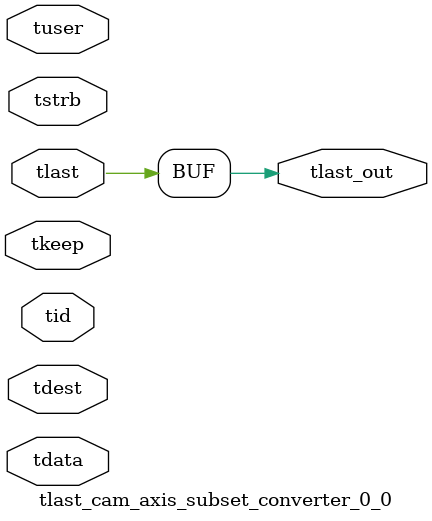
<source format=v>


`timescale 1ps/1ps

module tlast_cam_axis_subset_converter_0_0 #
(
parameter C_S_AXIS_TID_WIDTH   = 1,
parameter C_S_AXIS_TUSER_WIDTH = 0,
parameter C_S_AXIS_TDATA_WIDTH = 0,
parameter C_S_AXIS_TDEST_WIDTH = 0
)
(
input  [(C_S_AXIS_TID_WIDTH   == 0 ? 1 : C_S_AXIS_TID_WIDTH)-1:0       ] tid,
input  [(C_S_AXIS_TDATA_WIDTH == 0 ? 1 : C_S_AXIS_TDATA_WIDTH)-1:0     ] tdata,
input  [(C_S_AXIS_TUSER_WIDTH == 0 ? 1 : C_S_AXIS_TUSER_WIDTH)-1:0     ] tuser,
input  [(C_S_AXIS_TDEST_WIDTH == 0 ? 1 : C_S_AXIS_TDEST_WIDTH)-1:0     ] tdest,
input  [(C_S_AXIS_TDATA_WIDTH/8)-1:0 ] tkeep,
input  [(C_S_AXIS_TDATA_WIDTH/8)-1:0 ] tstrb,
input  [0:0]                                                             tlast,
output                                                                   tlast_out
);

assign tlast_out = {tlast};

endmodule


</source>
